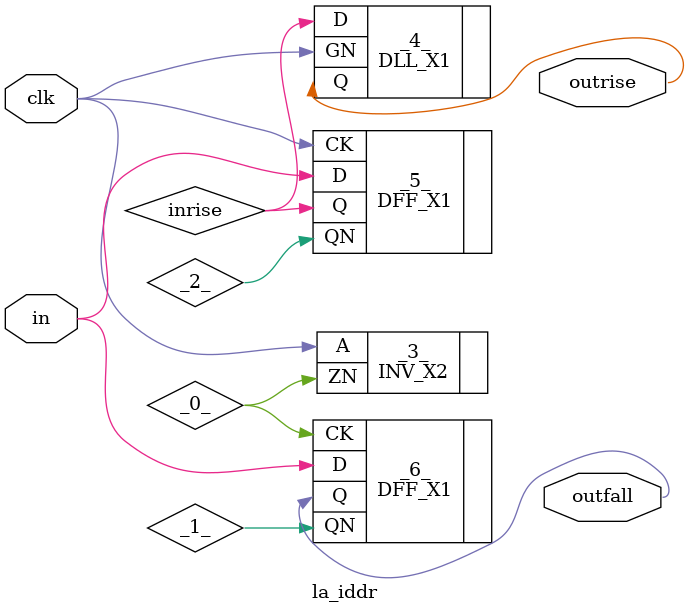
<source format=v>

/* Generated by Yosys 0.44 (git sha1 80ba43d26, g++ 11.4.0-1ubuntu1~22.04 -fPIC -O3) */

(* top =  1  *)
(* src = "generated" *)
module la_iddr (
    clk,
    in,
    outrise,
    outfall
);
  wire _0_;
  (* unused_bits = "0" *)
  wire _1_;
  (* unused_bits = "0" *)
  wire _2_;
  (* src = "generated" *)
  input clk;
  wire clk;
  (* src = "generated" *)
  input in;
  wire in;
  (* src = "generated" *)
  wire inrise;
  (* src = "generated" *)
  output outfall;
  wire outfall;
  (* src = "generated" *)
  output outrise;
  wire outrise;
  INV_X2 _3_ (
      .A (clk),
      .ZN(_0_)
  );
  (* module_not_derived = 32'b00000000000000000000000000000001 *) (* src = "generated" *)
  DLL_X1 _4_ (
      .D (inrise),
      .GN(clk),
      .Q (outrise)
  );
  (* src = "generated" *)
  DFF_X1 _5_ (
      .CK(clk),
      .D (in),
      .Q (inrise),
      .QN(_2_)
  );
  (* src = "generated" *)
  DFF_X1 _6_ (
      .CK(_0_),
      .D (in),
      .Q (outfall),
      .QN(_1_)
  );
endmodule

</source>
